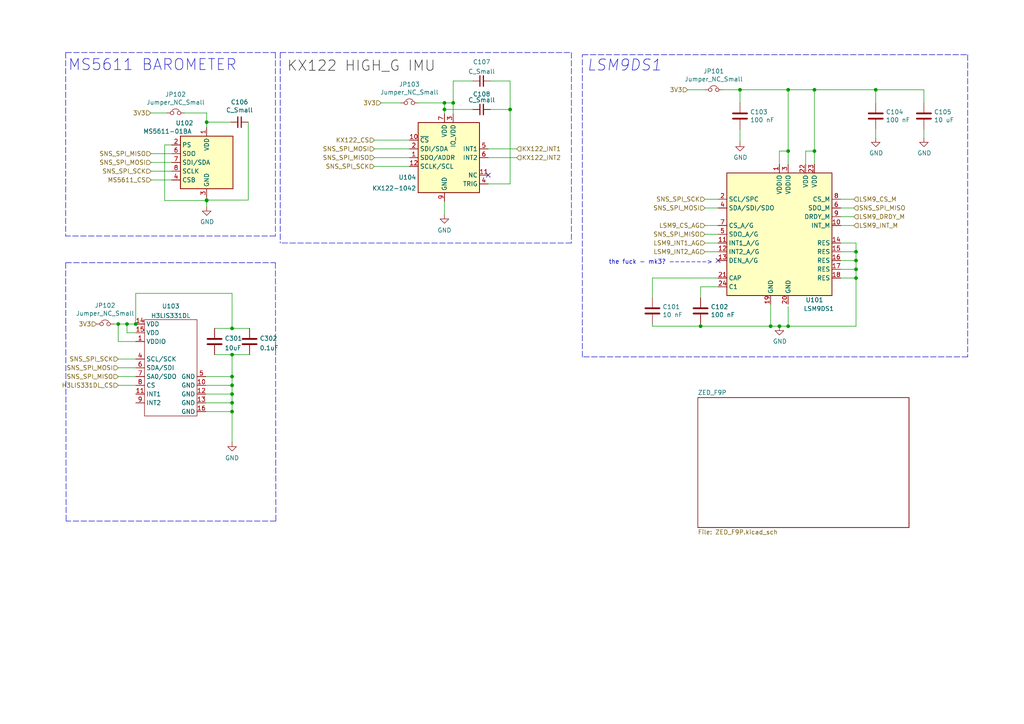
<source format=kicad_sch>
(kicad_sch (version 20211123) (generator eeschema)
  (paper "A4")
  (lib_symbols
    (symbol "Device:C" (pin_numbers hide) (pin_names (offset 0.254))
      (property "Reference" "C" (at 0.635 2.54 0))
      (property "Value" "C" (at 0.635 -2.54 0))
      (symbol "C_0_1"
        (polyline (pts (xy -2.032 -0.762) (xy 2.032 -0.762)) (stroke (width 0.508)))
        (polyline (pts (xy -2.032 0.762) (xy 2.032 0.762)) (stroke (width 0.508)))
      )
      (symbol "C_1_1"
        (pin passive line (at 0 3.81 270) (length 2.794) (name "~") (number "1"))
        (pin passive line (at 0 -3.81 90) (length 2.794) (name "~") (number "2"))
      )
    )
    (symbol "Device:C_Small" (pin_numbers hide) (pin_names (offset 0.254) hide)
      (property "Reference" "C" (at 0.254 1.778 0))
      (property "Value" "C_Small" (at 0.254 -2.032 0))
      (symbol "C_Small_0_1"
        (polyline (pts (xy -1.524 -0.508) (xy 1.524 -0.508)) (stroke (width 0.3302)))
        (polyline (pts (xy -1.524 0.508) (xy 1.524 0.508)) (stroke (width 0.3048)))
      )
      (symbol "C_Small_1_1"
        (pin passive line (at 0 2.54 270) (length 2.032) (name "~") (number "1"))
        (pin passive line (at 0 -2.54 90) (length 2.032) (name "~") (number "2"))
      )
    )
    (symbol "Device:Jumper_NC_Small" (pin_numbers hide) (pin_names (offset 0.762) hide)
      (property "Reference" "JP" (at 0 2.032 0))
      (property "Value" "Device_Jumper_NC_Small" (at 0.254 -1.524 0))
      (symbol "Jumper_NC_Small_0_1"
        (circle (center -1.016 0) (radius 0.508))
        (circle (center 1.016 0) (radius 0.508))
        (arc (start 1.016 0.762) (mid 0 1.1828) (end -1.016 0.762))
        (pin passive line (at -2.54 0 0) (length 1.016) (name "1") (number "1"))
        (pin passive line (at 2.54 0 180) (length 1.016) (name "2") (number "2"))
      )
    )
    (symbol "H3LIS331DL:H3LIS331DL"
      (property "Reference" "U" (at 0 16.51 0))
      (property "Value" "H3LIS331DL" (at 0 -13.97 0))
      (symbol "H3LIS331DL_0_1"
        (rectangle (start -7.62 15.24) (end 7.62 -12.7) (stroke (width 0.1524)))
      )
      (symbol "H3LIS331DL_1_1"
        (pin power_in line (at -10.16 8.89 0) (length 2.54) (name "VDDIO") (number "1"))
        (pin power_out line (at 10.16 -3.81 180) (length 2.54) (name "GND") (number "10"))
        (pin output line (at -10.16 -6.35 0) (length 2.54) (name "INT1") (number "11"))
        (pin power_out line (at 10.16 -6.35 180) (length 2.54) (name "GND") (number "12"))
        (pin power_out line (at 10.16 -8.89 180) (length 2.54) (name "GND") (number "13"))
        (pin power_in line (at -10.16 13.97 0) (length 2.54) (name "VDD") (number "14"))
        (pin power_in line (at -10.16 11.43 0) (length 2.54) (name "VDD") (number "15"))
        (pin power_out line (at 10.16 -11.43 180) (length 2.54) (name "GND") (number "16"))
        (pin input line (at -10.16 3.81 0) (length 2.54) (name "SCL/SCK") (number "4"))
        (pin power_out line (at 10.16 -1.27 180) (length 2.54) (name "GND") (number "5"))
        (pin input line (at -10.16 1.27 0) (length 2.54) (name "SDA/SDI") (number "6"))
        (pin output line (at -10.16 -1.27 0) (length 2.54) (name "SA0/SDO") (number "7"))
        (pin output line (at -10.16 -3.81 0) (length 2.54) (name "CS") (number "8"))
        (pin output line (at -10.16 -8.89 0) (length 2.54) (name "INT2") (number "9"))
      )
    )
    (symbol "Sensor_Motion:KX122-1042"
      (property "Reference" "U" (at -5.08 11.43 0))
      (property "Value" "KX122-1042" (at 3.81 11.43 0))
      (symbol "KX122-1042_0_1"
        (rectangle (start -7.62 10.16) (end 10.16 -10.16) (stroke (width 0.254)) (fill (type background)))
      )
      (symbol "KX122-1042_1_1"
        (pin bidirectional line (at -10.16 0 0) (length 2.54) (name "SDO/ADDR") (number "1"))
        (pin input line (at -10.16 5.08 0) (length 2.54) (name "~{CS}") (number "10"))
        (pin passive line (at 12.7 -5.08 180) (length 2.54) (name "NC") (number "11"))
        (pin input line (at -10.16 -2.54 0) (length 2.54) (name "SCLK/SCL") (number "12"))
        (pin bidirectional line (at -10.16 2.54 0) (length 2.54) (name "SDI/SDA") (number "2"))
        (pin power_in line (at 2.54 12.7 270) (length 2.54) (name "IO_VDD") (number "3"))
        (pin input line (at 12.7 -7.62 180) (length 2.54) (name "TRIG") (number "4"))
        (pin output line (at 12.7 2.54 180) (length 2.54) (name "INT1") (number "5"))
        (pin output line (at 12.7 0 180) (length 2.54) (name "INT2") (number "6"))
        (pin power_in line (at 0 12.7 270) (length 2.54) (name "VDD") (number "7"))
        (pin power_in line (at 0 -12.7 90) (length 2.54) (name "GND") (number "9"))
      )
    )
    (symbol "Sensor_Motion:LSM9DS1"
      (property "Reference" "U" (at -15.24 21.59 0))
      (property "Value" "LSM9DS1" (at -15.24 19.05 0))
      (symbol "LSM9DS1_0_1"
        (rectangle (start -15.24 17.78) (end 15.24 -17.78) (stroke (width 0.254)) (fill (type background)))
      )
      (symbol "LSM9DS1_1_1"
        (pin power_in line (at 0 20.32 270) (length 2.54) (name "VDDIO") (number "1"))
        (pin output line (at 17.78 2.54 180) (length 2.54) (name "INT_M") (number "10"))
        (pin output line (at -17.78 -2.54 0) (length 2.54) (name "INT1_A/G") (number "11"))
        (pin output line (at -17.78 -5.08 0) (length 2.54) (name "INT2_A/G") (number "12"))
        (pin input line (at -17.78 -7.62 0) (length 2.54) (name "DEN_A/G") (number "13"))
        (pin bidirectional line (at 17.78 -2.54 180) (length 2.54) (name "RES") (number "14"))
        (pin bidirectional line (at 17.78 -5.08 180) (length 2.54) (name "RES") (number "15"))
        (pin bidirectional line (at 17.78 -7.62 180) (length 2.54) (name "RES") (number "16"))
        (pin bidirectional line (at 17.78 -10.16 180) (length 2.54) (name "RES") (number "17"))
        (pin bidirectional line (at 17.78 -12.7 180) (length 2.54) (name "RES") (number "18"))
        (pin power_in line (at -2.54 -20.32 90) (length 2.54) (name "GND") (number "19"))
        (pin input line (at -17.78 10.16 0) (length 2.54) (name "SCL/SPC") (number "2"))
        (pin power_in line (at 2.54 -20.32 90) (length 2.54) (name "GND") (number "20"))
        (pin passive line (at -17.78 -12.7 0) (length 2.54) (name "CAP") (number "21"))
        (pin power_in line (at 7.62 20.32 270) (length 2.54) (name "VDD") (number "22"))
        (pin power_in line (at 10.16 20.32 270) (length 2.54) (name "VDD") (number "23"))
        (pin passive line (at -17.78 -15.24 0) (length 2.54) (name "C1") (number "24"))
        (pin power_in line (at 2.54 20.32 270) (length 2.54) (name "VDDIO") (number "3"))
        (pin bidirectional line (at -17.78 7.62 0) (length 2.54) (name "SDA/SDI/SDO") (number "4"))
        (pin output line (at -17.78 0 0) (length 2.54) (name "SDO_A/G") (number "5"))
        (pin output line (at 17.78 7.62 180) (length 2.54) (name "SDO_M") (number "6"))
        (pin input line (at -17.78 2.54 0) (length 2.54) (name "CS_A/G") (number "7"))
        (pin input line (at 17.78 10.16 180) (length 2.54) (name "CS_M") (number "8"))
        (pin output line (at 17.78 5.08 180) (length 2.54) (name "DRDY_M") (number "9"))
      )
    )
    (symbol "Sensor_Pressure:MS5611-01BA"
      (property "Reference" "U" (at -6.35 8.89 0))
      (property "Value" "MS5611-01BA" (at 7.62 8.89 0))
      (symbol "MS5611-01BA_0_1"
        (rectangle (start -7.62 7.62) (end 7.62 -7.62) (stroke (width 0.254)) (fill (type background)))
      )
      (symbol "MS5611-01BA_1_1"
        (pin power_in line (at 0 10.16 270) (length 2.54) (name "VDD") (number "1"))
        (pin input line (at -10.16 5.08 0) (length 2.54) (name "PS") (number "2"))
        (pin power_in line (at 0 -10.16 90) (length 2.54) (name "GND") (number "3"))
        (pin input line (at -10.16 -5.08 0) (length 2.54) (name "CSB") (number "4"))
        (pin input line (at -10.16 -5.08 0) (length 2.54) hide (name "CSB") (number "5"))
        (pin output line (at -10.16 2.54 0) (length 2.54) (name "SDO") (number "6"))
        (pin bidirectional line (at -10.16 0 0) (length 2.54) (name "SDI/SDA") (number "7"))
        (pin input line (at -10.16 -2.54 0) (length 2.54) (name "SCLK") (number "8"))
      )
    )
    (symbol "power:GND" (power) (pin_names (offset 0))
      (property "Value" "GND" (at 0 -3.81 0))
      (symbol "GND_0_1"
        (polyline (pts (xy 0 0) (xy 0 -1.27) (xy 1.27 -1.27) (xy 0 -2.54) (xy -1.27 -1.27) (xy 0 -1.27)))
      )
      (symbol "GND_1_1"
        (pin power_in line (at 0 0 270) (length 0) hide (name "GND") (number "1"))
      )
    )
  )
  (junction (at 59.944 35.433))
  (junction (at 228.6 26.035))
  (junction (at 128.905 31.75))
  (junction (at 67.31 111.76))
  (junction (at 248.285 73.025))
  (junction (at 147.955 31.75))
  (junction (at 34.29 93.98))
  (junction (at 254 26.035))
  (junction (at 228.6 94.615))
  (junction (at 131.445 29.845))
  (junction (at 59.944 58.166))
  (junction (at 236.22 26.035))
  (junction (at 248.285 80.645))
  (junction (at 203.2 94.615))
  (junction (at 67.31 102.87))
  (junction (at 67.31 114.3))
  (junction (at 226.06 94.615))
  (junction (at 248.285 78.105))
  (junction (at 67.31 95.25))
  (junction (at 248.285 75.565))
  (junction (at 236.22 43.815))
  (junction (at 223.52 94.615))
  (junction (at 214.63 26.035))
  (junction (at 67.31 109.22))
  (junction (at 39.37 93.98))
  (junction (at 67.31 116.84))
  (junction (at 128.905 29.845))
  (junction (at 228.6 43.815))
  (junction (at 67.31 119.38))
  (junction (at 59.944 58.039))
  (junction (at 36.83 93.98))
  (no_connect (at 141.605 50.8))
  (no_connect (at 208.28 75.565))
  (wire (pts (xy 204.47 70.485) (xy 208.28 70.485)))
  (wire (pts (xy 67.31 102.87) (xy 72.39 102.87)))
  (wire (pts (xy 214.63 26.035) (xy 228.6 26.035)))
  (wire (pts (xy 34.29 106.68) (xy 39.37 106.68)))
  (wire (pts (xy 39.37 93.98) (xy 39.37 85.09)))
  (wire (pts (xy 236.22 26.035) (xy 236.22 43.815)))
  (wire (pts (xy 147.955 23.495) (xy 147.955 31.75)))
  (wire (pts (xy 208.28 80.645) (xy 189.23 80.645)))
  (wire (pts (xy 67.31 109.22) (xy 67.31 111.76)))
  (wire (pts (xy 59.69 111.76) (xy 67.31 111.76)))
  (wire (pts (xy 131.445 23.495) (xy 131.445 29.845)))
  (polyline (pts (xy 19.05 15.24) (xy 19.05 68.453)))
  (wire (pts (xy 243.84 75.565) (xy 248.285 75.565)))
  (wire (pts (xy 59.944 58.166) (xy 59.944 59.944)))
  (wire (pts (xy 39.37 93.98) (xy 36.83 93.98)))
  (wire (pts (xy 214.63 26.035) (xy 214.63 29.845)))
  (wire (pts (xy 203.2 94.615) (xy 223.52 94.615)))
  (wire (pts (xy 223.52 94.615) (xy 226.06 94.615)))
  (wire (pts (xy 67.31 95.25) (xy 72.39 95.25)))
  (wire (pts (xy 34.29 99.06) (xy 34.29 93.98)))
  (wire (pts (xy 36.83 96.52) (xy 36.83 93.98)))
  (wire (pts (xy 49.784 42.037) (xy 47.752 42.037)))
  (wire (pts (xy 228.6 26.035) (xy 228.6 43.815)))
  (polyline (pts (xy 19.05 15.24) (xy 79.883 15.24)))
  (wire (pts (xy 34.29 104.14) (xy 39.37 104.14)))
  (wire (pts (xy 49.784 47.117) (xy 43.815 47.117)))
  (wire (pts (xy 141.605 43.18) (xy 149.86 43.18)))
  (wire (pts (xy 189.23 93.98) (xy 189.23 94.615)))
  (wire (pts (xy 236.22 43.815) (xy 236.22 47.625)))
  (wire (pts (xy 248.285 73.025) (xy 248.285 75.565)))
  (wire (pts (xy 128.905 58.42) (xy 128.905 62.23)))
  (wire (pts (xy 226.06 43.815) (xy 226.06 47.625)))
  (wire (pts (xy 39.37 85.09) (xy 67.31 85.09)))
  (wire (pts (xy 228.6 43.815) (xy 226.06 43.815)))
  (wire (pts (xy 203.2 93.98) (xy 203.2 94.615)))
  (wire (pts (xy 59.69 109.22) (xy 67.31 109.22)))
  (wire (pts (xy 59.944 35.433) (xy 59.944 32.766)))
  (wire (pts (xy 204.47 60.325) (xy 208.28 60.325)))
  (wire (pts (xy 49.784 52.197) (xy 43.815 52.197)))
  (polyline (pts (xy 280.67 15.875) (xy 280.67 103.505)))
  (wire (pts (xy 199.39 26.035) (xy 204.47 26.035)))
  (wire (pts (xy 247.65 60.325) (xy 243.84 60.325)))
  (wire (pts (xy 72.009 58.039) (xy 59.944 58.039)))
  (polyline (pts (xy 19.05 76.2) (xy 79.883 76.2)))
  (wire (pts (xy 49.784 44.577) (xy 43.815 44.577)))
  (wire (pts (xy 248.285 75.565) (xy 248.285 78.105)))
  (polyline (pts (xy 79.883 68.453) (xy 19.05 68.453)))
  (wire (pts (xy 142.24 31.75) (xy 147.955 31.75)))
  (polyline (pts (xy 165.735 70.485) (xy 81.28 70.485)))
  (wire (pts (xy 254 37.465) (xy 254 40.005)))
  (wire (pts (xy 204.47 67.945) (xy 208.28 67.945)))
  (wire (pts (xy 142.24 23.495) (xy 147.955 23.495)))
  (wire (pts (xy 248.285 94.615) (xy 228.6 94.615)))
  (wire (pts (xy 247.65 62.865) (xy 243.84 62.865)))
  (wire (pts (xy 121.285 29.845) (xy 128.905 29.845)))
  (wire (pts (xy 62.23 95.25) (xy 67.31 95.25)))
  (wire (pts (xy 67.31 114.3) (xy 67.31 116.84)))
  (wire (pts (xy 267.97 26.035) (xy 267.97 29.845)))
  (wire (pts (xy 62.23 102.87) (xy 67.31 102.87)))
  (wire (pts (xy 236.22 43.815) (xy 233.68 43.815)))
  (polyline (pts (xy 168.91 103.505) (xy 168.91 15.875)))
  (wire (pts (xy 34.29 111.76) (xy 39.37 111.76)))
  (wire (pts (xy 49.784 49.657) (xy 43.815 49.657)))
  (polyline (pts (xy 79.883 15.24) (xy 79.883 68.453)))
  (polyline (pts (xy 19.05 76.2) (xy 19.177 151.13)))
  (wire (pts (xy 204.47 73.025) (xy 208.28 73.025)))
  (wire (pts (xy 47.752 58.166) (xy 59.944 58.166)))
  (wire (pts (xy 108.585 45.72) (xy 118.745 45.72)))
  (wire (pts (xy 131.445 29.845) (xy 131.445 33.02)))
  (wire (pts (xy 243.84 73.025) (xy 248.285 73.025)))
  (wire (pts (xy 34.29 93.98) (xy 36.83 93.98)))
  (wire (pts (xy 48.387 32.766) (xy 43.688 32.766)))
  (wire (pts (xy 108.585 40.64) (xy 118.745 40.64)))
  (wire (pts (xy 67.31 85.09) (xy 67.31 95.25)))
  (wire (pts (xy 59.944 36.957) (xy 59.944 35.433)))
  (wire (pts (xy 67.31 116.84) (xy 67.31 119.38)))
  (wire (pts (xy 34.29 99.06) (xy 39.37 99.06)))
  (wire (pts (xy 59.944 58.039) (xy 59.944 58.166)))
  (wire (pts (xy 141.605 45.72) (xy 149.86 45.72)))
  (wire (pts (xy 243.84 70.485) (xy 248.285 70.485)))
  (wire (pts (xy 59.944 57.277) (xy 59.944 58.039)))
  (wire (pts (xy 223.52 88.265) (xy 223.52 94.615)))
  (wire (pts (xy 267.97 37.465) (xy 267.97 40.005)))
  (wire (pts (xy 128.905 31.75) (xy 137.16 31.75)))
  (wire (pts (xy 67.31 111.76) (xy 67.31 114.3)))
  (wire (pts (xy 243.84 80.645) (xy 248.285 80.645)))
  (wire (pts (xy 208.28 83.185) (xy 203.2 83.185)))
  (wire (pts (xy 209.55 26.035) (xy 214.63 26.035)))
  (wire (pts (xy 59.69 114.3) (xy 67.31 114.3)))
  (wire (pts (xy 247.65 65.405) (xy 243.84 65.405)))
  (polyline (pts (xy 81.28 15.24) (xy 165.735 15.24)))
  (wire (pts (xy 67.31 102.87) (xy 67.31 109.22)))
  (wire (pts (xy 254 26.035) (xy 254 29.845)))
  (wire (pts (xy 39.37 96.52) (xy 36.83 96.52)))
  (wire (pts (xy 228.6 43.815) (xy 228.6 47.625)))
  (wire (pts (xy 214.63 37.465) (xy 214.63 41.275)))
  (wire (pts (xy 128.905 29.845) (xy 131.445 29.845)))
  (wire (pts (xy 59.69 119.38) (xy 67.31 119.38)))
  (polyline (pts (xy 165.735 15.24) (xy 165.735 70.485)))
  (wire (pts (xy 34.29 109.22) (xy 39.37 109.22)))
  (wire (pts (xy 131.445 23.495) (xy 137.16 23.495)))
  (wire (pts (xy 204.47 57.785) (xy 208.28 57.785)))
  (wire (pts (xy 228.6 26.035) (xy 236.22 26.035)))
  (polyline (pts (xy 81.28 15.24) (xy 81.28 70.485)))
  (wire (pts (xy 59.69 116.84) (xy 67.31 116.84)))
  (wire (pts (xy 147.955 31.75) (xy 147.955 53.34)))
  (wire (pts (xy 189.23 94.615) (xy 203.2 94.615)))
  (wire (pts (xy 128.905 31.75) (xy 128.905 29.845)))
  (wire (pts (xy 110.49 29.845) (xy 116.205 29.845)))
  (wire (pts (xy 228.6 88.9) (xy 228.6 94.615)))
  (wire (pts (xy 39.497 93.98) (xy 39.37 93.98)))
  (wire (pts (xy 67.31 119.38) (xy 67.31 128.27)))
  (wire (pts (xy 72.009 35.433) (xy 72.009 58.039)))
  (wire (pts (xy 141.605 53.34) (xy 147.955 53.34)))
  (wire (pts (xy 243.84 78.105) (xy 248.285 78.105)))
  (wire (pts (xy 108.585 48.26) (xy 118.745 48.26)))
  (wire (pts (xy 228.6 94.615) (xy 226.06 94.615)))
  (wire (pts (xy 128.905 33.02) (xy 128.905 31.75)))
  (wire (pts (xy 247.65 57.785) (xy 243.84 57.785)))
  (polyline (pts (xy 280.67 103.505) (xy 168.91 103.505)))
  (wire (pts (xy 233.68 43.815) (xy 233.68 47.625)))
  (polyline (pts (xy 80.01 151.13) (xy 19.177 151.13)))
  (wire (pts (xy 33.02 93.98) (xy 34.29 93.98)))
  (polyline (pts (xy 79.883 76.2) (xy 80.01 151.13)))
  (wire (pts (xy 59.944 32.766) (xy 53.467 32.766)))
  (wire (pts (xy 236.22 26.035) (xy 254 26.035)))
  (wire (pts (xy 254 26.035) (xy 267.97 26.035)))
  (wire (pts (xy 203.2 83.185) (xy 203.2 86.36)))
  (wire (pts (xy 248.285 70.485) (xy 248.285 73.025)))
  (polyline (pts (xy 168.91 15.875) (xy 280.67 15.875)))
  (wire (pts (xy 108.585 43.18) (xy 118.745 43.18)))
  (wire (pts (xy 47.752 42.037) (xy 47.752 58.166)))
  (wire (pts (xy 189.23 80.645) (xy 189.23 86.36)))
  (wire (pts (xy 248.285 80.645) (xy 248.285 94.615)))
  (wire (pts (xy 204.47 65.405) (xy 208.28 65.405)))
  (wire (pts (xy 66.929 35.433) (xy 59.944 35.433)))
  (wire (pts (xy 248.285 78.105) (xy 248.285 80.645)))
  (text "MS5611 BAROMETER" (at 19.685 20.828 0) (effects (font (size 3.2004 3.2004)) (justify left bottom)))
  (text "LSM9DS1\n" (at 170.18 20.955 0) (effects (font (size 3.2004 3.2004) italic) (justify left bottom)))
  (text "the fuck - mk3? ------->\n" (at 176.53 76.835 0) (effects (font (size 1.27 1.27)) (justify left bottom)))
  (label "KX122 HIGH_G IMU" (at 83.185 21.59 0) (effects (font (size 3 3))))
  (hierarchical_label "SNS_SPI_MISO" (shape input) (at 34.29 109.22 180))
  (hierarchical_label "SNS_SPI_MISO" (shape input) (at 204.47 67.945 180))
  (hierarchical_label "SNS_SPI_MOSI" (shape input) (at 108.585 43.18 180))
  (hierarchical_label "LSM9_INT2_AG" (shape input) (at 204.47 73.025 180))
  (hierarchical_label "SNS_SPI_MOSI" (shape input) (at 34.29 106.68 180))
  (hierarchical_label "LSM9_CS_M" (shape input) (at 247.65 57.785 0))
  (hierarchical_label "KX122_INT1" (shape input) (at 149.86 43.18 0))
  (hierarchical_label "SNS_SPI_SCK" (shape input) (at 204.47 57.785 180))
  (hierarchical_label "MS5611_CS" (shape input) (at 43.815 52.197 180))
  (hierarchical_label "SNS_SPI_MOSI" (shape input) (at 43.815 47.117 180))
  (hierarchical_label "SNS_SPI_SCK" (shape input) (at 108.585 48.26 180))
  (hierarchical_label "SNS_SPI_MOSI" (shape input) (at 204.47 60.325 180))
  (hierarchical_label "KX122_INT2" (shape input) (at 149.86 45.72 0))
  (hierarchical_label "SNS_SPI_MISO" (shape input) (at 247.65 60.325 0))
  (hierarchical_label "SNS_SPI_MISO" (shape input) (at 43.815 44.577 180))
  (hierarchical_label "3V3" (shape input) (at 110.49 29.845 180))
  (hierarchical_label "SNS_SPI_MISO" (shape input) (at 108.585 45.72 180))
  (hierarchical_label "3V3" (shape input) (at 43.688 32.766 180))
  (hierarchical_label "LSM9_INT_M" (shape input) (at 247.65 65.405 0))
  (hierarchical_label "3V3" (shape input) (at 199.39 26.035 180))
  (hierarchical_label "SNS_SPI_SCK" (shape input) (at 43.815 49.657 180))
  (hierarchical_label "SNS_SPI_SCK" (shape input) (at 34.29 104.14 180))
  (hierarchical_label "LSM9_CS_AG" (shape input) (at 204.47 65.405 180))
  (hierarchical_label "LSM9_INT1_AG" (shape input) (at 204.47 70.485 180))
  (hierarchical_label "KX122_CS" (shape input) (at 108.585 40.64 180))
  (hierarchical_label "H3LIS331DL_CS" (shape input) (at 34.29 111.76 180))
  (hierarchical_label "LSM9_DRDY_M" (shape input) (at 247.65 62.865 0))
  (hierarchical_label "3V3" (shape input) (at 27.94 93.98 180))
  (symbol (lib_id "Sensor_Pressure:MS5611-01BA") (at 59.944 47.117 0) (unit 1)
    (property "Reference" "U102" (at 50.927 35.687 0) (effects (justify left)))
    (property "Value" "MS5611-01BA" (at 41.529 38.1 0) (effects (justify left)))
    (property "Footprint" "Package_LGA:LGA-8_3x5mm_P1.25mm" (effects hide))
    (property "Datasheet" "https://www.te.com/commerce/DocumentDelivery/DDEController?Action=srchrtrv&DocNm=MS5611-01BA03&DocType=Data+Sheet&DocLang=English" (effects hide))
  )
  (symbol (lib_id "Device:Jumper_NC_Small") (at 50.927 32.766 0) (unit 1)
    (property "Reference" "JP102" (at 50.927 27.3812 0))
    (property "Value" "Jumper_NC_Small" (at 50.927 29.6926 0))
    (property "Footprint" "Jumper:SolderJumper-2_P1.3mm_Bridged_RoundedPad1.0x1.5mm" (effects hide))
  )
  (symbol (lib_id "power:GND") (at 59.944 59.944 0) (unit 1)
    (property "Reference" "#PWR0105" (effects hide))
    (property "Value" "GND" (at 60.071 64.3382 0))
  )
  (symbol (lib_id "Device:C_Small") (at 69.469 35.433 270) (unit 1)
    (property "Reference" "C106" (at 69.469 29.6164 90))
    (property "Value" "C_Small" (at 69.469 31.9278 90))
    (property "Footprint" "Capacitor_SMD:C_0805_2012Metric" (effects hide))
  )
  (symbol (lib_id "Sensor_Motion:LSM9DS1") (at 226.06 67.945 0) (unit 1)
    (property "Reference" "U101" (at 236.22 86.995 0))
    (property "Value" "LSM9DS1" (at 237.49 89.535 0))
    (property "Footprint" "Package_LGA:LGA-24L_3x3.5mm_P0.43mm" (effects hide))
    (property "Datasheet" "http://www.st.com/content/ccc/resource/technical/document/datasheet/1e/3f/2a/d6/25/eb/48/46/DM00103319.pdf/files/DM00103319.pdf/jcr:content/translations/en.DM00103319.pdf" (effects hide))
  )
  (symbol (lib_id "Device:Jumper_NC_Small") (at 207.01 26.035 0) (unit 1)
    (property "Reference" "JP101" (at 207.01 20.6502 0))
    (property "Value" "Jumper_NC_Small" (at 207.01 22.9616 0))
    (property "Footprint" "Jumper:SolderJumper-2_P1.3mm_Bridged_RoundedPad1.0x1.5mm" (effects hide))
  )
  (symbol (lib_id "Device:C") (at 214.63 33.655 0) (unit 1)
    (property "Reference" "C103" (at 217.551 32.4866 0) (effects (justify left)))
    (property "Value" "100 nF" (at 217.551 34.798 0) (effects (justify left)))
    (property "Footprint" "Capacitor_SMD:C_0805_2012Metric" (effects hide))
  )
  (symbol (lib_id "power:GND") (at 214.63 41.275 0) (unit 1)
    (property "Reference" "#PWR0101" (effects hide))
    (property "Value" "GND" (at 214.757 45.6692 0))
  )
  (symbol (lib_id "Device:C") (at 254 33.655 0) (unit 1)
    (property "Reference" "C104" (at 256.921 32.4866 0) (effects (justify left)))
    (property "Value" "100 nF" (at 256.921 34.798 0) (effects (justify left)))
    (property "Footprint" "Capacitor_SMD:C_0805_2012Metric" (effects hide))
  )
  (symbol (lib_id "power:GND") (at 254 40.005 0) (unit 1)
    (property "Reference" "#PWR0103" (effects hide))
    (property "Value" "GND" (at 254.127 44.3992 0))
  )
  (symbol (lib_id "Device:C") (at 267.97 33.655 0) (unit 1)
    (property "Reference" "C105" (at 270.891 32.4866 0) (effects (justify left)))
    (property "Value" "10 uF" (at 270.891 34.798 0) (effects (justify left)))
    (property "Footprint" "Capacitor_SMD:C_0805_2012Metric" (effects hide))
  )
  (symbol (lib_id "power:GND") (at 267.97 40.005 0) (unit 1)
    (property "Reference" "#PWR0104" (effects hide))
    (property "Value" "GND" (at 268.097 44.3992 0))
  )
  (symbol (lib_id "power:GND") (at 226.06 94.615 0) (unit 1)
    (property "Reference" "#PWR0102" (effects hide))
    (property "Value" "GND" (at 226.187 99.0092 0))
  )
  (symbol (lib_id "Device:C") (at 203.2 90.17 0) (unit 1)
    (property "Reference" "C102" (at 206.121 89.0016 0) (effects (justify left)))
    (property "Value" "100 nF" (at 206.121 91.313 0) (effects (justify left)))
    (property "Footprint" "Capacitor_SMD:C_0805_2012Metric" (effects hide))
  )
  (symbol (lib_id "Device:C") (at 189.23 90.17 0) (unit 1)
    (property "Reference" "C101" (at 192.151 89.0016 0) (effects (justify left)))
    (property "Value" "10 nF" (at 192.151 91.313 0) (effects (justify left)))
    (property "Footprint" "Capacitor_SMD:C_0805_2012Metric" (effects hide))
  )
  (symbol (lib_id "Device:C_Small") (at 139.7 23.495 90) (unit 1)
    (property "Reference" "C107" (at 139.7063 17.9664 90))
    (property "Value" "C_Small" (at 139.7063 20.7415 90))
    (property "Footprint" "Capacitor_SMD:C_0805_2012Metric" (effects hide))
  )
  (symbol (lib_id "Sensor_Motion:KX122-1042") (at 128.905 45.72 0) (unit 1)
    (property "Reference" "U104" (at 115.57 51.435 0) (effects (justify left)))
    (property "Value" "KX122-1042" (at 107.95 54.61 0) (effects (justify left)))
    (property "Footprint" "Package_LGA:LGA-12_2x2mm_P0.5mm" (effects hide))
    (property "Datasheet" "http://kionixfs.kionix.com/en/datasheet/KX112-1042-Specifications-Rev-6.0.pdf" (effects hide))
  )
  (symbol (lib_id "Device:Jumper_NC_Small") (at 118.745 29.845 0) (unit 1)
    (property "Reference" "JP103" (at 118.745 24.4602 0))
    (property "Value" "Jumper_NC_Small" (at 118.745 26.7716 0))
    (property "Footprint" "Jumper:SolderJumper-2_P1.3mm_Bridged_RoundedPad1.0x1.5mm" (effects hide))
  )
  (symbol (lib_id "Device:Jumper_NC_Small") (at 30.48 93.98 0) (unit 1)
    (property "Reference" "JP102" (at 30.48 88.5952 0))
    (property "Value" "Jumper_NC_Small" (at 30.48 90.9066 0))
    (property "Footprint" "Jumper:SolderJumper-2_P1.3mm_Bridged_RoundedPad1.0x1.5mm" (effects hide))
  )
  (symbol (lib_id "Device:C") (at 62.23 99.06 0) (unit 1)
    (property "Reference" "C301" (at 65.151 98.1515 0) (effects (justify left)))
    (property "Value" "10uF" (at 65.151 100.9266 0) (effects (justify left)))
    (property "Footprint" "Capacitor_SMD:C_0805_2012Metric" (effects hide))
  )
  (symbol (lib_id "Device:C_Small") (at 139.7 31.75 90) (unit 1)
    (property "Reference" "C108" (at 139.7 27.305 90))
    (property "Value" "C_Small" (at 139.7063 28.9965 90))
    (property "Footprint" "Capacitor_SMD:C_0805_2012Metric" (effects hide))
  )
  (symbol (lib_id "power:GND") (at 67.31 128.27 0) (unit 1)
    (property "Reference" "#PWR0106" (effects hide))
    (property "Value" "GND" (at 67.31 132.8325 0))
  )
  (symbol (lib_id "H3LIS331DL:H3LIS331DL") (at 49.53 107.95 0) (unit 1)
    (property "Reference" "U103" (at 49.53 88.7943 0))
    (property "Value" "H3LIS331DL" (at 49.53 91.5694 0))
    (property "Footprint" "Package_LGA:LGA-16_3x3mm_P0.5mm_LayoutBorder3x5y" (effects hide))
  )
  (symbol (lib_id "Device:C") (at 72.39 99.06 0) (unit 1)
    (property "Reference" "C302" (at 75.311 98.1515 0) (effects (justify left)))
    (property "Value" "0.1uF" (at 75.311 100.9266 0) (effects (justify left)))
    (property "Footprint" "Capacitor_SMD:C_0805_2012Metric" (effects hide))
  )
  (symbol (lib_id "power:GND") (at 128.905 62.23 0) (unit 1)
    (property "Reference" "#PWR0107" (effects hide))
    (property "Value" "GND" (at 128.905 66.7925 0))
  )
  (sheet (at 202.3872 115.316) (size 61.2648 37.6936) (stroke (width 0.1524))
    (property "Sheet name" "ZED_F9P" (at 202.3872 114.6044 0) (effects (justify left bottom)))
    (property "Sheet file" "ZED_F9P.kicad_sch" (at 202.3872 153.5942 0) (effects (justify left top)))
  )
)
</source>
